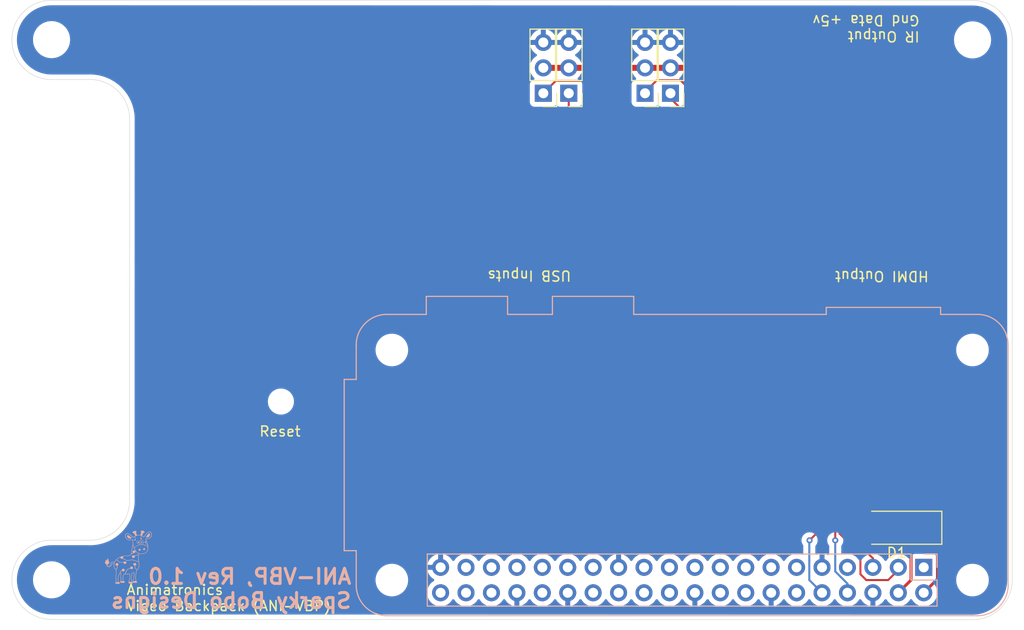
<source format=kicad_pcb>
(kicad_pcb (version 20240108) (generator "pcbnew") (generator_version "8.0")
  (title_block (title "Animatronics - Video Backpack (ANI-VBP)") (date "2025-02-09") (rev "1.0") (company "Sparky Bobo Designs") (comment 2 "Designed by: SparkyBobo") (comment 3 "https://creativecommons.org/licenses/by-sa/4.0/") (comment 4 "Released under the Creative Commons Attribution Share-Alike 4.0 License"))
  (layers (0 "F.Cu" signal) (31 "B.Cu" signal) (34 "B.Paste" user) (35 "F.Paste" user) (36 "B.SilkS" user "B.Silkscreen") (37 "F.SilkS" user "F.Silkscreen") (38 "B.Mask" user) (39 "F.Mask" user) (44 "Edge.Cuts" user))
  (net 0 "")
  (net 1 "GND")
  (net 2 "+5VA")
  (net 15 "Net-(A1-GPIO14{slash}TXD)")
  (net 16 "Net-(A1-GPIO15{slash}RXD)")
  (net 22 "+5VP")
  (net 23 "Net-(A1-SCL{slash}GPIO3)")
  (net 30 "Net-(A1-SDA{slash}GPIO2)")
  (footprint "Diode_SMD:D_SMA_Handsoldering" (layer "F.Cu") (at 178.3988 111.0234 180)
    (property "Reference" "D1" (at 0 -2.5 0) (layer "F.SilkS"))
    (property "Value" "MBRA340")
    (pad "1" smd roundrect (at -2.5 0 180) (size 3.5 1.8) (layers "F.Cu" "F.Paste" "F.Mask") (roundrect_rratio 0.1388888889) (net 22 "+5VP"))
    (pad "2" smd roundrect (at 2.5 0 180) (size 3.5 1.8) (layers "F.Cu" "F.Paste" "F.Mask") (roundrect_rratio 0.1388888889) (net 2 "+5VA"))
  )
  (footprint "Connector_PinHeader_2.54mm:PinHeader_1x03_P2.54mm_Vertical" (layer "F.Cu") (at 145.6436 67.5906 180)
    (property "Reference" "J2" (hide yes))
    (property "Value" "GPIO8")
    (pad "1" thru_hole rect (at 0 0 180) (size 1.7 1.7) (drill 1) (layers "*.Cu" "*.Mask") (net 16 "Net-(A1-GPIO15{slash}RXD)"))
    (pad "2" thru_hole oval (at 0 2.54 180) (size 1.7 1.7) (drill 1) (layers "*.Cu" "*.Mask") (net 2 "+5VA"))
    (pad "3" thru_hole oval (at 0 5.08 180) (size 1.7 1.7) (drill 1) (layers "*.Cu" "*.Mask") (net 1 "GND"))
  )
  (footprint "Connector_PinHeader_2.54mm:PinHeader_1x03_P2.54mm_Vertical" (layer "F.Cu") (at 155.8036 67.5906 180)
    (property "Reference" "J4" (hide yes))
    (property "Value" "GPIO4")
    (pad "1" thru_hole rect (at 0 0 180) (size 1.7 1.7) (drill 1) (layers "*.Cu" "*.Mask") (net 30 "Net-(A1-SDA{slash}GPIO2)"))
    (pad "2" thru_hole oval (at 0 2.54 180) (size 1.7 1.7) (drill 1) (layers "*.Cu" "*.Mask") (net 2 "+5VA"))
    (pad "3" thru_hole oval (at 0 5.08 180) (size 1.7 1.7) (drill 1) (layers "*.Cu" "*.Mask") (net 1 "GND"))
  )
  (footprint "MountingHole:MountingHole_3.2mm_M3" (layer "F.Cu") (at 185.9788 62.2554)
    (property "Reference" "H2" (hide yes))
    (property "Value" "MountingHole")
    (pad "" np_thru_hole circle (at 0 0) (size 3.2 3.2) (drill 3.2) (layers "*.Cu" "*.Mask"))
  )
  (footprint "MountingHole:MountingHole_3.2mm_M3" (layer "F.Cu") (at 93.98 62.23)
    (property "Reference" "H1" (hide yes))
    (property "Value" "MountingHole")
    (pad "" np_thru_hole circle (at 0 0) (size 3.2 3.2) (drill 3.2) (layers "*.Cu" "*.Mask"))
  )
  (footprint "MountingHole:MountingHole_3.2mm_M3" (layer "F.Cu") (at 93.98 116.2304)
    (property "Reference" "H3" (hide yes))
    (property "Value" "MountingHole")
    (pad "" np_thru_hole circle (at 0 0) (size 3.2 3.2) (drill 3.2) (layers "*.Cu" "*.Mask"))
  )
  (footprint "Connector_PinHeader_2.54mm:PinHeader_1x03_P2.54mm_Vertical" (layer "F.Cu") (at 153.2636 67.5906 180)
    (property "Reference" "J3" (hide yes))
    (property "Value" "GPIO5")
    (pad "1" thru_hole rect (at 0 0 180) (size 1.7 1.7) (drill 1) (layers "*.Cu" "*.Mask") (net 23 "Net-(A1-SCL{slash}GPIO3)"))
    (pad "2" thru_hole oval (at 0 2.54 180) (size 1.7 1.7) (drill 1) (layers "*.Cu" "*.Mask") (net 2 "+5VA"))
    (pad "3" thru_hole oval (at 0 5.08 180) (size 1.7 1.7) (drill 1) (layers "*.Cu" "*.Mask") (net 1 "GND"))
  )
  (footprint "Connector_PinHeader_2.54mm:PinHeader_1x03_P2.54mm_Vertical" (layer "F.Cu") (at 143.1036 67.5906 180)
    (property "Reference" "J1" (hide yes))
    (property "Value" "GPIO9")
    (pad "1" thru_hole rect (at 0 0 180) (size 1.7 1.7) (drill 1) (layers "*.Cu" "*.Mask") (net 15 "Net-(A1-GPIO14{slash}TXD)"))
    (pad "2" thru_hole oval (at 0 2.54 180) (size 1.7 1.7) (drill 1) (layers "*.Cu" "*.Mask") (net 2 "+5VA"))
    (pad "3" thru_hole oval (at 0 5.08 180) (size 1.7 1.7) (drill 1) (layers "*.Cu" "*.Mask") (net 1 "GND"))
  )
  (footprint "MountingHole:MountingHole_2.1mm" (layer "F.Cu") (at 116.8908 98.4123)
    (property "Reference" "REF**" (hide yes))
    (property "Value" "MountingHole_2.1mm")
    (pad "" np_thru_hole circle (at 0 0) (size 2.1 2.1) (drill 2.1) (layers "*.Cu" "*.Mask"))
  )
  (footprint "footprints:logo_cr_5x5" (layer "B.Cu") (at 101.6508 113.9698 180)
    (property "Reference" "G***" (hide yes))
    (property "Value" "LOGO" (hide yes))
  )
  (footprint "Module:Raspberry_Pi_Zero_Socketed_THT_FaceDown_MountingHoles" (layer "B.Cu") (at 181.102 114.9858 90)
    (property "Reference" "A1" (hide yes))
    (property "Value" "Raspberry_Pi_2_3")
    (pad "" np_thru_hole circle (at -1.27 -53.13) (size 2.75 2.75) (drill 2.75) (layers "*.Cu" "*.Mask"))
    (pad "" np_thru_hole circle (at -1.27 4.87) (size 2.75 2.75) (drill 2.75) (layers "*.Cu" "*.Mask"))
    (pad "" np_thru_hole circle (at 21.73 -53.13) (size 2.75 2.75) (drill 2.75) (layers "*.Cu" "*.Mask"))
    (pad "" np_thru_hole circle (at 21.73 4.87) (size 2.75 2.75) (drill 2.75) (layers "*.Cu" "*.Mask"))
    (pad "1" thru_hole rect (at 0 0 90) (size 1.7 1.7) (drill 1) (layers "*.Cu" "*.Mask"))
    (pad "2" thru_hole oval (at -2.54 0 90) (size 1.7 1.7) (drill 1) (layers "*.Cu" "*.Mask") (net 22 "+5VP"))
    (pad "3" thru_hole oval (at 0 -2.54 90) (size 1.7 1.7) (drill 1) (layers "*.Cu" "*.Mask") (net 30 "Net-(A1-SDA{slash}GPIO2)"))
    (pad "4" thru_hole oval (at -2.54 -2.54 90) (size 1.7 1.7) (drill 1) (layers "*.Cu" "*.Mask") (net 22 "+5VP"))
    (pad "5" thru_hole oval (at 0 -5.08 90) (size 1.7 1.7) (drill 1) (layers "*.Cu" "*.Mask") (net 23 "Net-(A1-SCL{slash}GPIO3)"))
    (pad "6" thru_hole oval (at -2.54 -5.08 90) (size 1.7 1.7) (drill 1) (layers "*.Cu" "*.Mask") (net 1 "GND"))
    (pad "7" thru_hole oval (at 0 -7.62 90) (size 1.7 1.7) (drill 1) (layers "*.Cu" "*.Mask"))
    (pad "8" thru_hole oval (at -2.54 -7.62 90) (size 1.7 1.7) (drill 1) (layers "*.Cu" "*.Mask") (net 15 "Net-(A1-GPIO14{slash}TXD)"))
    (pad "9" thru_hole oval (at 0 -10.16 90) (size 1.7 1.7) (drill 1) (layers "*.Cu" "*.Mask") (net 1 "GND"))
    (pad "10" thru_hole oval (at -2.54 -10.16 90) (size 1.7 1.7) (drill 1) (layers "*.Cu" "*.Mask") (net 16 "Net-(A1-GPIO15{slash}RXD)"))
    (pad "11" thru_hole oval (at 0 -12.7 90) (size 1.7 1.7) (drill 1) (layers "*.Cu" "*.Mask"))
    (pad "12" thru_hole oval (at -2.54 -12.7 90) (size 1.7 1.7) (drill 1) (layers "*.Cu" "*.Mask"))
    (pad "13" thru_hole oval (at 0 -15.24 90) (size 1.7 1.7) (drill 1) (layers "*.Cu" "*.Mask"))
    (pad "14" thru_hole oval (at -2.54 -15.24 90) (size 1.7 1.7) (drill 1) (layers "*.Cu" "*.Mask") (net 1 "GND"))
    (pad "15" thru_hole oval (at 0 -17.78 90) (size 1.7 1.7) (drill 1) (layers "*.Cu" "*.Mask"))
    (pad "16" thru_hole oval (at -2.54 -17.78 90) (size 1.7 1.7) (drill 1) (layers "*.Cu" "*.Mask"))
    (pad "17" thru_hole oval (at 0 -20.32 90) (size 1.7 1.7) (drill 1) (layers "*.Cu" "*.Mask"))
    (pad "18" thru_hole oval (at -2.54 -20.32 90) (size 1.7 1.7) (drill 1) (layers "*.Cu" "*.Mask"))
    (pad "19" thru_hole oval (at 0 -22.86 90) (size 1.7 1.7) (drill 1) (layers "*.Cu" "*.Mask"))
    (pad "20" thru_hole oval (at -2.54 -22.86 90) (size 1.7 1.7) (drill 1) (layers "*.Cu" "*.Mask") (net 1 "GND"))
    (pad "21" thru_hole oval (at 0 -25.4 90) (size 1.7 1.7) (drill 1) (layers "*.Cu" "*.Mask"))
    (pad "22" thru_hole oval (at -2.54 -25.4 90) (size 1.7 1.7) (drill 1) (layers "*.Cu" "*.Mask"))
    (pad "23" thru_hole oval (at 0 -27.94 90) (size 1.7 1.7) (drill 1) (layers "*.Cu" "*.Mask"))
    (pad "24" thru_hole oval (at -2.54 -27.94 90) (size 1.7 1.7) (drill 1) (layers "*.Cu" "*.Mask"))
    (pad "25" thru_hole oval (at 0 -30.48 90) (size 1.7 1.7) (drill 1) (layers "*.Cu" "*.Mask") (net 1 "GND"))
    (pad "26" thru_hole oval (at -2.54 -30.48 90) (size 1.7 1.7) (drill 1) (layers "*.Cu" "*.Mask"))
    (pad "27" thru_hole oval (at 0 -33.02 90) (size 1.7 1.7) (drill 1) (layers "*.Cu" "*.Mask"))
    (pad "28" thru_hole oval (at -2.54 -33.02 90) (size 1.7 1.7) (drill 1) (layers "*.Cu" "*.Mask"))
    (pad "29" thru_hole oval (at 0 -35.56 90) (size 1.7 1.7) (drill 1) (layers "*.Cu" "*.Mask"))
    (pad "30" thru_hole oval (at -2.54 -35.56 90) (size 1.7 1.7) (drill 1) (layers "*.Cu" "*.Mask") (net 1 "GND"))
    (pad "31" thru_hole oval (at 0 -38.1 90) (size 1.7 1.7) (drill 1) (layers "*.Cu" "*.Mask"))
    (pad "32" thru_hole oval (at -2.54 -38.1 90) (size 1.7 1.7) (drill 1) (layers "*.Cu" "*.Mask"))
    (pad "33" thru_hole oval (at 0 -40.64 90) (size 1.7 1.7) (drill 1) (layers "*.Cu" "*.Mask"))
    (pad "34" thru_hole oval (at -2.54 -40.64 90) (size 1.7 1.7) (drill 1) (layers "*.Cu" "*.Mask") (net 1 "GND"))
    (pad "35" thru_hole oval (at 0 -43.18 90) (size 1.7 1.7) (drill 1) (layers "*.Cu" "*.Mask"))
    (pad "36" thru_hole oval (at -2.54 -43.18 90) (size 1.7 1.7) (drill 1) (layers "*.Cu" "*.Mask"))
    (pad "37" thru_hole oval (at 0 -45.72 90) (size 1.7 1.7) (drill 1) (layers "*.Cu" "*.Mask"))
    (pad "38" thru_hole oval (at -2.54 -45.72 90) (size 1.7 1.7) (drill 1) (layers "*.Cu" "*.Mask"))
    (pad "39" thru_hole oval (at 0 -48.26 90) (size 1.7 1.7) (drill 1) (layers "*.Cu" "*.Mask") (net 1 "GND"))
    (pad "40" thru_hole oval (at -2.54 -48.26 90) (size 1.7 1.7) (drill 1) (layers "*.Cu" "*.Mask"))
  )
  (gr_arc (start 189.9412 116.2558) (mid 188.78064 119.05764) (end 185.9788 120.2182) (stroke (width 0.05)) (layer "Edge.Cuts"))
  (gr_arc (start 185.9788 58.3184) (mid 188.78064 59.47896) (end 189.9412 62.2808) (stroke (width 0.05)) (layer "Edge.Cuts"))
  (gr_line (start 93.98 112.268) (end 97.8154 112.268) (stroke (width 0.05)) (layer "Edge.Cuts"))
  (gr_arc (start 93.98 120.1928) (mid 90.0176 116.2304) (end 93.98 112.268) (stroke (width 0.05)) (layer "Edge.Cuts"))
  (gr_line (start 101.777396 91.946503) (end 101.781785 70.1802) (stroke (width 0.05)) (layer "Edge.Cuts"))
  (gr_arc (start 101.777798 108.1278) (mid 100.68223 111.046675) (end 97.8154 112.271985) (stroke (width 0.05)) (layer "Edge.Cuts"))
  (gr_arc (start 97.6376 66.217802) (mid 100.556475 67.31337) (end 101.781785 70.1802) (stroke (width 0.05)) (layer "Edge.Cuts"))
  (gr_line (start 101.777396 91.946503) (end 101.777798 108.1278) (stroke (width 0.05)) (layer "Edge.Cuts"))
  (gr_line (start 93.98 58.293) (end 185.9788 58.3184) (stroke (width 0.05)) (layer "Edge.Cuts"))
  (gr_line (start 97.6376 66.217802) (end 93.98 66.2178) (stroke (width 0.05)) (layer "Edge.Cuts"))
  (gr_line (start 93.98 120.1928) (end 185.9788 120.2182) (stroke (width 0.05)) (layer "Edge.Cuts"))
  (gr_line (start 189.9412 62.2808) (end 189.9412 116.2558) (stroke (width 0.05)) (layer "Edge.Cuts"))
  (gr_arc (start 93.98 66.2178) (mid 90.0176 62.2554) (end 93.98 58.293) (stroke (width 0.05)) (layer "Edge.Cuts"))
  (gr_text "ANI-VBP, Rev 1.0\nSparky Bobo Designs" (at 124.079 119.2022 0) (layer "B.SilkS") (effects (font (size 1.5 1.5) (thickness 0.3) (bold yes)) (justify left bottom mirror)))
  (gr_text "Reset" (at 114.6556 101.981 0) (layer "F.SilkS") (effects (font (size 1 1)) (justify left bottom)))
  (gr_text "USB Inputs" (at 145.9738 85.2424 180) (layer "F.SilkS") (effects (font (size 1 1)) (justify left bottom)))
  (gr_text "IR Output\nGnd Data +5v" (at 180.7718 59.7154 180) (layer "F.SilkS") (effects (font (size 1 1)) (justify left bottom)))
  (gr_text "Animatronics\nVideo Backpack (ANI-VBP)" (at 101.3968 119.4308 0) (layer "F.SilkS") (effects (font (size 1 1)) (justify left bottom)))
  (gr_text "HDMI Output" (at 181.6862 85.2932 180) (layer "F.SilkS") (effects (font (size 1 1)) (justify left bottom)))
  (segment (start 173.7042 108.8288) (end 175.8988 111.0234) (width 0.6) (layer "F.Cu") (net 2))
  (segment (start 145.6436 65.0506) (end 170.3336 65.0506) (width 0.6) (layer "F.Cu") (net 2))
  (segment (start 170.3336 65.0506) (end 173.7042 68.4212) (width 0.6) (layer "F.Cu") (net 2))
  (segment (start 143.1036 65.0506) (end 145.6436 65.0506) (width 0.6) (layer "F.Cu") (net 2))
  (segment (start 173.7042 68.4212) (end 173.7042 108.8288) (width 0.6) (layer "F.Cu") (net 2))
  (segment (start 171.164886 69.831) (end 172.2628 70.928914) (width 0.2) (layer "F.Cu") (net 15))
  (segment (start 148.1074 67.183) (end 148.1074 69.3928) (width 0.2) (layer "F.Cu") (net 15))
  (segment (start 148.0566 67.183) (end 148.1074 67.183) (width 0.2) (layer "F.Cu") (net 15))
  (segment (start 148.1074 69.3928) (end 148.5456 69.831) (width 0.2) (layer "F.Cu") (net 15))
  (segment (start 147.2184 66.3448) (end 148.0566 67.183) (width 0.2) (layer "F.Cu") (net 15))
  (segment (start 144.3494 66.3448) (end 147.2184 66.3448) (width 0.2) (layer "F.Cu") (net 15))
  (segment (start 143.1036 67.5906) (end 144.3494 66.3448) (width 0.2) (layer "F.Cu") (net 15))
  (segment (start 148.5456 69.831) (end 171.164886 69.831) (width 0.2) (layer "F.Cu") (net 15))
  (segment (start 172.2628 70.928914) (end 172.2628 112.284) (width 0.2) (layer "F.Cu") (net 15))
  (via (at 172.2628 112.284) (size 0.6) (drill 0.3) (layers "F.Cu" "B.Cu") (net 15))
  (segment (start 173.482 117.5258) (end 173.482 116.612146) (width 0.2) (layer "B.Cu") (net 15))
  (segment (start 172.2628 113.6904) (end 172.2628 112.284) (width 0.2) (layer "B.Cu") (net 15))
  (segment (start 173.482 116.612146) (end 172.2628 115.392946) (width 0.2) (layer "B.Cu") (net 15))
  (segment (start 172.2628 115.392946) (end 172.2628 113.6904) (width 0.2) (layer "B.Cu") (net 15))
  (segment (start 145.6436 69.0626) (end 146.812 70.231) (width 0.2) (layer "F.Cu") (net 16))
  (segment (start 145.6436 67.5906) (end 145.6436 69.0626) (width 0.2) (layer "F.Cu") (net 16))
  (segment (start 170.9992 70.231) (end 171.8628 71.0946) (width 0.2) (layer "F.Cu") (net 16))
  (segment (start 146.812 70.231) (end 170.9992 70.231) (width 0.2) (layer "F.Cu") (net 16))
  (segment (start 171.8628 71.0946) (end 171.8628 110.1186) (width 0.2) (layer "F.Cu") (net 16))
  (segment (start 171.8628 110.1186) (end 169.6974 112.284) (width 0.2) (layer "F.Cu") (net 16))
  (via (at 169.6974 112.284) (size 0.6) (drill 0.3) (layers "F.Cu" "B.Cu") (net 16))
  (segment (start 169.672 114.3) (end 169.672 112.3094) (width 0.2) (layer "B.Cu") (net 16))
  (segment (start 169.672 116.2558) (end 169.672 114.3) (width 0.2) (layer "B.Cu") (net 16))
  (segment (start 169.672 112.3094) (end 169.6974 112.284) (width 0.2) (layer "B.Cu") (net 16))
  (segment (start 170.942 117.5258) (end 169.672 116.2558) (width 0.2) (layer "B.Cu") (net 16))
  (segment (start 182.4736 112.5982) (end 180.8988 111.0234) (width 0.3) (layer "F.Cu") (net 22))
  (segment (start 178.562 117.5258) (end 179.832 116.2558) (width 0.3) (layer "F.Cu") (net 22))
  (segment (start 179.832 116.2558) (end 179.832 112.9284) (width 0.3) (layer "F.Cu") (net 22))
  (segment (start 179.832 112.9284) (end 180.8988 111.8616) (width 0.3) (layer "F.Cu") (net 22))
  (segment (start 182.4736 116.1542) (end 182.4736 112.5982) (width 0.3) (layer "F.Cu") (net 22))
  (segment (start 180.8988 111.8616) (end 180.8988 111.0234) (width 0.3) (layer "F.Cu") (net 22))
  (segment (start 181.102 117.5258) (end 182.4736 116.1542) (width 0.3) (layer "F.Cu") (net 22))
  (segment (start 154.432 66.294) (end 153.2636 67.4624) (width 0.2) (layer "F.Cu") (net 23))
  (segment (start 173.1042 111.163544) (end 173.1042 70.6056) (width 0.2) (layer "F.Cu") (net 23))
  (segment (start 176.022 114.9858) (end 176.022 114.081344) (width 0.2) (layer "F.Cu") (net 23))
  (segment (start 156.807 66.294) (end 154.432 66.294) (width 0.2) (layer "F.Cu") (net 23))
  (segment (start 153.2636 67.4624) (end 153.2636 67.5906) (width 0.2) (layer "F.Cu") (net 23))
  (segment (start 159.544 69.031) (end 156.807 66.294) (width 0.2) (layer "F.Cu") (net 23))
  (segment (start 171.5296 69.031) (end 159.544 69.031) (width 0.2) (layer "F.Cu") (net 23))
  (segment (start 173.1042 70.6056) (end 171.5296 69.031) (width 0.2) (layer "F.Cu") (net 23))
  (segment (start 176.022 114.081344) (end 173.1042 111.163544) (width 0.2) (layer "F.Cu") (net 23))
  (segment (start 157.1372 69.431) (end 171.330571 69.431) (width 0.2) (layer "F.Cu") (net 30))
  (segment (start 172.7042 111.6172) (end 174.7774 113.6904) (width 0.2) (layer "F.Cu") (net 30))
  (segment (start 174.7774 115.6716) (end 175.3616 116.2558) (width 0.2) (layer "F.Cu") (net 30))
  (segment (start 174.7774 113.6904) (end 174.7774 115.6716) (width 0.2) (layer "F.Cu") (net 30))
  (segment (start 175.3616 116.2558) (end 177.546 116.2558) (width 0.2) (layer "F.Cu") (net 30))
  (segment (start 177.546 116.2558) (end 178.562 115.2398) (width 0.2) (layer "F.Cu") (net 30))
  (segment (start 172.7042 70.804629) (end 172.7042 111.6172) (width 0.2) (layer "F.Cu") (net 30))
  (segment (start 178.562 115.2398) (end 178.562 114.9858) (width 0.2) (layer "F.Cu") (net 30))
  (segment (start 171.330571 69.431) (end 172.7042 70.804629) (width 0.2) (layer "F.Cu") (net 30))
  (segment (start 155.8036 67.5906) (end 155.8036 68.0974) (width 0.2) (layer "F.Cu") (net 30))
  (segment (start 155.8036 68.0974) (end 157.1372 69.431) (width 0.2) (layer "F.Cu") (net 30))
  (zone (net 1) (net_name "GND") (layer "B.Cu") (connect_pads (clearance 0.5)) (min_thickness 0.25) (fill yes (thermal_gap 0.5) (thermal_bridge_width 0.5))
    (polygon (pts (xy 93.98 58.3184) (xy 93.218 58.42) (xy 92.456 58.6232) (xy 91.7956 58.9788) (xy 91.2114 59.4868) (xy 90.7034 60.071) (xy 90.3732 60.706) (xy 90.1192 61.4934) (xy 90.043 62.23) (xy 90.1192 62.992) (xy 90.3478 63.754) (xy 90.7034 64.4398) (xy 91.186 65.024) (xy 91.7956 65.532) (xy 92.456 65.8876) (xy 93.218 66.1162) (xy 93.98 66.1924) (xy 97.79 66.1924) (xy 98.4504 66.2432) (xy 99.2124 66.4464) (xy 99.949 66.802) (xy 100.5586 67.2846) (xy 101.092 67.8942) (xy 101.473 68.58) (xy 101.727 69.3928) (xy 101.8032 70.1294) (xy 101.8032 108.331) (xy 101.6762 109.22) (xy 101.3968 110.0836) (xy 100.965 110.7694) (xy 100.4062 111.3282) (xy 99.7712 111.7854) (xy 99.0346 112.1156) (xy 97.79 112.2934) (xy 93.98 112.2934) (xy 93.218 112.3696) (xy 92.456 112.5982) (xy 91.7956 112.9538) (xy 91.186 113.4618) (xy 90.7034 114.046) (xy 90.3478 114.7318) (xy 90.1192 115.4176) (xy 90.043 116.078) (xy 90.043 116.586) (xy 90.2208 117.348) (xy 90.5002 118.0592) (xy 90.932 118.7196) (xy 91.4654 119.253) (xy 92.1258 119.7102) (xy 92.837 120.015) (xy 93.599 120.142) (xy 94.234 120.1674) (xy 185.928 120.1928) (xy 186.7154 120.1166) (xy 187.4774 119.888) (xy 188.214 119.507) (xy 188.7728 119.0498) (xy 189.2554 118.4402) (xy 189.8396 117.0432) (xy 189.9158 116.0526) (xy 189.9412 62.2046) (xy 189.611 60.7314) (xy 189.0014 59.7408) (xy 188.1378 58.9788) (xy 186.7662 58.42) (xy 185.9534 58.3438)))
  )
)
</source>
